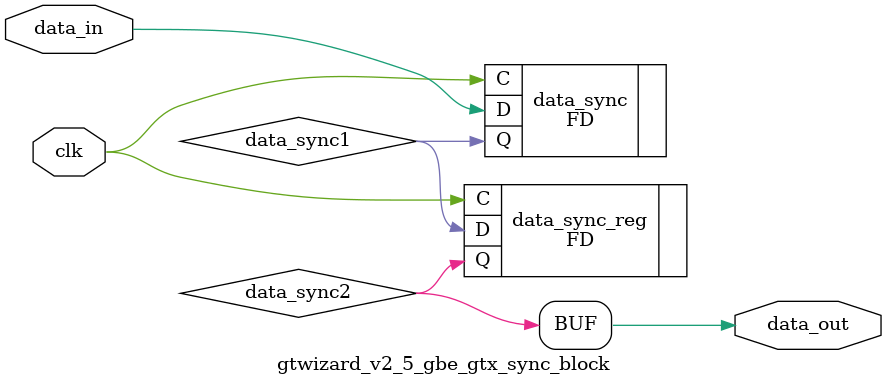
<source format=v>




`timescale 1ps / 1ps

module gtwizard_v2_5_gbe_gtx_sync_block #(
  parameter INITIALISE = 2'b00
)
(
  input        clk,              // clock to be sync'ed to
  input        data_in,          // Data to be 'synced'
  output       data_out          // synced data
);

  // Internal Signals
  wire data_sync1;
  wire data_sync2;


  (* shreg_extract = "no", ASYNC_REG = "TRUE" *)
  FD #(
    .INIT (INITIALISE[0])
  ) data_sync (
    .C  (clk),
    .D  (data_in),
    .Q  (data_sync1)
  );


  (* shreg_extract = "no", ASYNC_REG = "TRUE" *)
  FD #(
   .INIT (INITIALISE[1])
  ) data_sync_reg (
  .C  (clk),
  .D  (data_sync1),
  .Q  (data_sync2)
  );


  assign data_out = data_sync2;


endmodule



</source>
